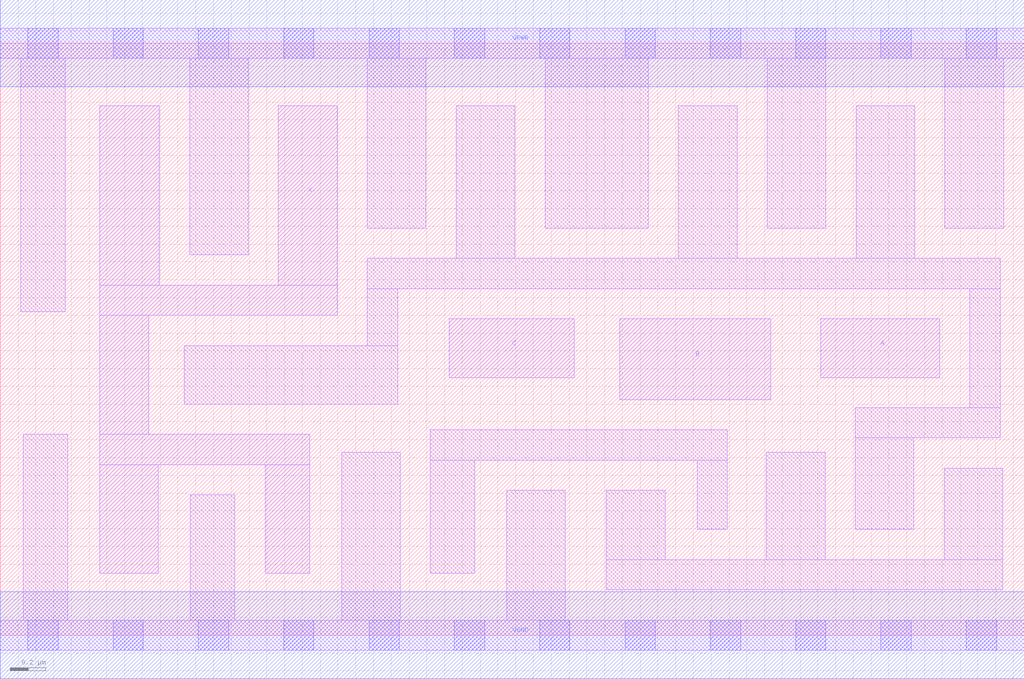
<source format=lef>
# Copyright 2020 The SkyWater PDK Authors
#
# Licensed under the Apache License, Version 2.0 (the "License");
# you may not use this file except in compliance with the License.
# You may obtain a copy of the License at
#
#     https://www.apache.org/licenses/LICENSE-2.0
#
# Unless required by applicable law or agreed to in writing, software
# distributed under the License is distributed on an "AS IS" BASIS,
# WITHOUT WARRANTIES OR CONDITIONS OF ANY KIND, either express or implied.
# See the License for the specific language governing permissions and
# limitations under the License.
#
# SPDX-License-Identifier: Apache-2.0

VERSION 5.7 ;
  NOWIREEXTENSIONATPIN ON ;
  DIVIDERCHAR "/" ;
  BUSBITCHARS "[]" ;
UNITS
  DATABASE MICRONS 200 ;
END UNITS
MACRO sky130_fd_sc_ls__and3_4
  CLASS CORE ;
  FOREIGN sky130_fd_sc_ls__and3_4 ;
  ORIGIN  0.000000  0.000000 ;
  SIZE  5.760000 BY  3.330000 ;
  SYMMETRY X Y ;
  SITE unit ;
  PIN A
    ANTENNAGATEAREA  0.444000 ;
    DIRECTION INPUT ;
    USE SIGNAL ;
    PORT
      LAYER li1 ;
        RECT 4.615000 1.450000 5.285000 1.780000 ;
    END
  END A
  PIN B
    ANTENNAGATEAREA  0.444000 ;
    DIRECTION INPUT ;
    USE SIGNAL ;
    PORT
      LAYER li1 ;
        RECT 3.485000 1.325000 4.335000 1.780000 ;
    END
  END B
  PIN C
    ANTENNAGATEAREA  0.444000 ;
    DIRECTION INPUT ;
    USE SIGNAL ;
    PORT
      LAYER li1 ;
        RECT 2.525000 1.450000 3.230000 1.780000 ;
    END
  END C
  PIN X
    ANTENNADIFFAREA  1.086400 ;
    DIRECTION OUTPUT ;
    USE SIGNAL ;
    PORT
      LAYER li1 ;
        RECT 0.560000 0.350000 0.890000 0.960000 ;
        RECT 0.560000 0.960000 1.740000 1.130000 ;
        RECT 0.560000 1.130000 0.835000 1.800000 ;
        RECT 0.560000 1.800000 1.895000 1.970000 ;
        RECT 0.560000 1.970000 0.895000 2.980000 ;
        RECT 1.490000 0.350000 1.740000 0.960000 ;
        RECT 1.565000 1.970000 1.895000 2.980000 ;
    END
  END X
  PIN VGND
    DIRECTION INOUT ;
    SHAPE ABUTMENT ;
    USE GROUND ;
    PORT
      LAYER met1 ;
        RECT 0.000000 -0.245000 5.760000 0.245000 ;
    END
  END VGND
  PIN VPWR
    DIRECTION INOUT ;
    SHAPE ABUTMENT ;
    USE POWER ;
    PORT
      LAYER met1 ;
        RECT 0.000000 3.085000 5.760000 3.575000 ;
    END
  END VPWR
  OBS
    LAYER li1 ;
      RECT 0.000000 -0.085000 5.760000 0.085000 ;
      RECT 0.000000  3.245000 5.760000 3.415000 ;
      RECT 0.115000  1.820000 0.365000 3.245000 ;
      RECT 0.130000  0.085000 0.380000 1.130000 ;
      RECT 1.035000  1.300000 2.235000 1.630000 ;
      RECT 1.065000  2.140000 1.395000 3.245000 ;
      RECT 1.070000  0.085000 1.320000 0.790000 ;
      RECT 1.920000  0.085000 2.250000 1.030000 ;
      RECT 2.065000  1.630000 2.235000 1.950000 ;
      RECT 2.065000  1.950000 5.625000 2.120000 ;
      RECT 2.065000  2.290000 2.395000 3.245000 ;
      RECT 2.420000  0.350000 2.670000 0.985000 ;
      RECT 2.420000  0.985000 4.090000 1.155000 ;
      RECT 2.565000  2.120000 2.895000 2.980000 ;
      RECT 2.850000  0.085000 3.180000 0.815000 ;
      RECT 3.065000  2.290000 3.645000 3.245000 ;
      RECT 3.410000  0.255000 5.640000 0.425000 ;
      RECT 3.410000  0.425000 3.740000 0.815000 ;
      RECT 3.815000  2.120000 4.145000 2.980000 ;
      RECT 3.920000  0.595000 4.090000 0.985000 ;
      RECT 4.310000  0.425000 4.640000 1.030000 ;
      RECT 4.315000  2.290000 4.645000 3.245000 ;
      RECT 4.810000  0.595000 5.140000 1.110000 ;
      RECT 4.810000  1.110000 5.625000 1.280000 ;
      RECT 4.815000  2.120000 5.145000 2.980000 ;
      RECT 5.310000  0.425000 5.640000 0.940000 ;
      RECT 5.315000  2.290000 5.645000 3.245000 ;
      RECT 5.455000  1.280000 5.625000 1.950000 ;
    LAYER mcon ;
      RECT 0.155000 -0.085000 0.325000 0.085000 ;
      RECT 0.155000  3.245000 0.325000 3.415000 ;
      RECT 0.635000 -0.085000 0.805000 0.085000 ;
      RECT 0.635000  3.245000 0.805000 3.415000 ;
      RECT 1.115000 -0.085000 1.285000 0.085000 ;
      RECT 1.115000  3.245000 1.285000 3.415000 ;
      RECT 1.595000 -0.085000 1.765000 0.085000 ;
      RECT 1.595000  3.245000 1.765000 3.415000 ;
      RECT 2.075000 -0.085000 2.245000 0.085000 ;
      RECT 2.075000  3.245000 2.245000 3.415000 ;
      RECT 2.555000 -0.085000 2.725000 0.085000 ;
      RECT 2.555000  3.245000 2.725000 3.415000 ;
      RECT 3.035000 -0.085000 3.205000 0.085000 ;
      RECT 3.035000  3.245000 3.205000 3.415000 ;
      RECT 3.515000 -0.085000 3.685000 0.085000 ;
      RECT 3.515000  3.245000 3.685000 3.415000 ;
      RECT 3.995000 -0.085000 4.165000 0.085000 ;
      RECT 3.995000  3.245000 4.165000 3.415000 ;
      RECT 4.475000 -0.085000 4.645000 0.085000 ;
      RECT 4.475000  3.245000 4.645000 3.415000 ;
      RECT 4.955000 -0.085000 5.125000 0.085000 ;
      RECT 4.955000  3.245000 5.125000 3.415000 ;
      RECT 5.435000 -0.085000 5.605000 0.085000 ;
      RECT 5.435000  3.245000 5.605000 3.415000 ;
  END
END sky130_fd_sc_ls__and3_4
END LIBRARY

</source>
